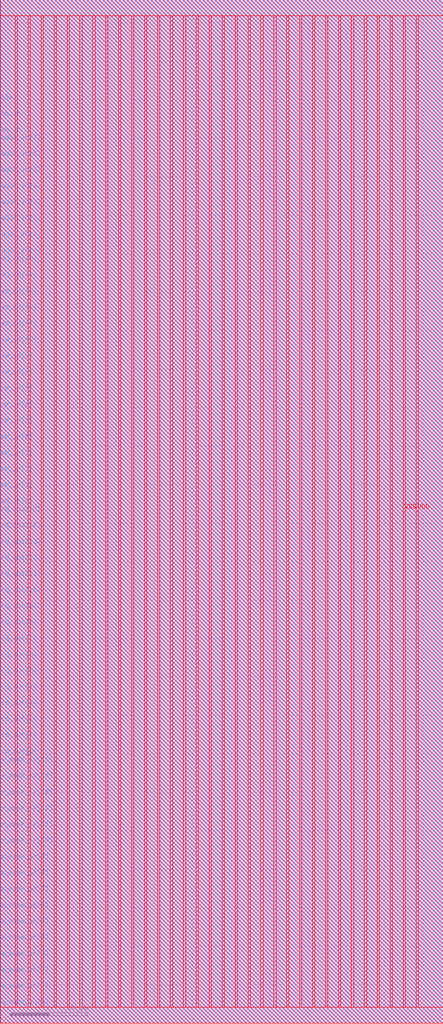
<source format=lef>
VERSION 5.7 ;
BUSBITCHARS "[]" ;
MACRO fakeram45_256x16
  FOREIGN fakeram45_256x16 0 0 ;
  SYMMETRY X Y R90 ;
  SIZE 57.570 BY 133.000 ;
  CLASS BLOCK ;
  PIN w_mask_in[0]
    DIRECTION INPUT ;
    USE SIGNAL ;
    SHAPE ABUTMENT ;
    PORT
      LAYER metal3 ;
      RECT 0.000 2.065 0.070 2.135 ;
    END
  END w_mask_in[0]
  PIN w_mask_in[1]
    DIRECTION INPUT ;
    USE SIGNAL ;
    SHAPE ABUTMENT ;
    PORT
      LAYER metal3 ;
      RECT 0.000 4.165 0.070 4.235 ;
    END
  END w_mask_in[1]
  PIN w_mask_in[2]
    DIRECTION INPUT ;
    USE SIGNAL ;
    SHAPE ABUTMENT ;
    PORT
      LAYER metal3 ;
      RECT 0.000 6.265 0.070 6.335 ;
    END
  END w_mask_in[2]
  PIN w_mask_in[3]
    DIRECTION INPUT ;
    USE SIGNAL ;
    SHAPE ABUTMENT ;
    PORT
      LAYER metal3 ;
      RECT 0.000 8.365 0.070 8.435 ;
    END
  END w_mask_in[3]
  PIN w_mask_in[4]
    DIRECTION INPUT ;
    USE SIGNAL ;
    SHAPE ABUTMENT ;
    PORT
      LAYER metal3 ;
      RECT 0.000 10.465 0.070 10.535 ;
    END
  END w_mask_in[4]
  PIN w_mask_in[5]
    DIRECTION INPUT ;
    USE SIGNAL ;
    SHAPE ABUTMENT ;
    PORT
      LAYER metal3 ;
      RECT 0.000 12.565 0.070 12.635 ;
    END
  END w_mask_in[5]
  PIN w_mask_in[6]
    DIRECTION INPUT ;
    USE SIGNAL ;
    SHAPE ABUTMENT ;
    PORT
      LAYER metal3 ;
      RECT 0.000 14.665 0.070 14.735 ;
    END
  END w_mask_in[6]
  PIN w_mask_in[7]
    DIRECTION INPUT ;
    USE SIGNAL ;
    SHAPE ABUTMENT ;
    PORT
      LAYER metal3 ;
      RECT 0.000 16.765 0.070 16.835 ;
    END
  END w_mask_in[7]
  PIN w_mask_in[8]
    DIRECTION INPUT ;
    USE SIGNAL ;
    SHAPE ABUTMENT ;
    PORT
      LAYER metal3 ;
      RECT 0.000 18.865 0.070 18.935 ;
    END
  END w_mask_in[8]
  PIN w_mask_in[9]
    DIRECTION INPUT ;
    USE SIGNAL ;
    SHAPE ABUTMENT ;
    PORT
      LAYER metal3 ;
      RECT 0.000 20.965 0.070 21.035 ;
    END
  END w_mask_in[9]
  PIN w_mask_in[10]
    DIRECTION INPUT ;
    USE SIGNAL ;
    SHAPE ABUTMENT ;
    PORT
      LAYER metal3 ;
      RECT 0.000 23.065 0.070 23.135 ;
    END
  END w_mask_in[10]
  PIN w_mask_in[11]
    DIRECTION INPUT ;
    USE SIGNAL ;
    SHAPE ABUTMENT ;
    PORT
      LAYER metal3 ;
      RECT 0.000 25.165 0.070 25.235 ;
    END
  END w_mask_in[11]
  PIN w_mask_in[12]
    DIRECTION INPUT ;
    USE SIGNAL ;
    SHAPE ABUTMENT ;
    PORT
      LAYER metal3 ;
      RECT 0.000 27.265 0.070 27.335 ;
    END
  END w_mask_in[12]
  PIN w_mask_in[13]
    DIRECTION INPUT ;
    USE SIGNAL ;
    SHAPE ABUTMENT ;
    PORT
      LAYER metal3 ;
      RECT 0.000 29.365 0.070 29.435 ;
    END
  END w_mask_in[13]
  PIN w_mask_in[14]
    DIRECTION INPUT ;
    USE SIGNAL ;
    SHAPE ABUTMENT ;
    PORT
      LAYER metal3 ;
      RECT 0.000 31.465 0.070 31.535 ;
    END
  END w_mask_in[14]
  PIN w_mask_in[15]
    DIRECTION INPUT ;
    USE SIGNAL ;
    SHAPE ABUTMENT ;
    PORT
      LAYER metal3 ;
      RECT 0.000 33.565 0.070 33.635 ;
    END
  END w_mask_in[15]
  PIN rd_out[0]
    DIRECTION OUTPUT ;
    USE SIGNAL ;
    SHAPE ABUTMENT ;
    PORT
      LAYER metal3 ;
      RECT 0.000 34.615 0.070 34.685 ;
    END
  END rd_out[0]
  PIN rd_out[1]
    DIRECTION OUTPUT ;
    USE SIGNAL ;
    SHAPE ABUTMENT ;
    PORT
      LAYER metal3 ;
      RECT 0.000 36.715 0.070 36.785 ;
    END
  END rd_out[1]
  PIN rd_out[2]
    DIRECTION OUTPUT ;
    USE SIGNAL ;
    SHAPE ABUTMENT ;
    PORT
      LAYER metal3 ;
      RECT 0.000 38.815 0.070 38.885 ;
    END
  END rd_out[2]
  PIN rd_out[3]
    DIRECTION OUTPUT ;
    USE SIGNAL ;
    SHAPE ABUTMENT ;
    PORT
      LAYER metal3 ;
      RECT 0.000 40.915 0.070 40.985 ;
    END
  END rd_out[3]
  PIN rd_out[4]
    DIRECTION OUTPUT ;
    USE SIGNAL ;
    SHAPE ABUTMENT ;
    PORT
      LAYER metal3 ;
      RECT 0.000 43.015 0.070 43.085 ;
    END
  END rd_out[4]
  PIN rd_out[5]
    DIRECTION OUTPUT ;
    USE SIGNAL ;
    SHAPE ABUTMENT ;
    PORT
      LAYER metal3 ;
      RECT 0.000 45.115 0.070 45.185 ;
    END
  END rd_out[5]
  PIN rd_out[6]
    DIRECTION OUTPUT ;
    USE SIGNAL ;
    SHAPE ABUTMENT ;
    PORT
      LAYER metal3 ;
      RECT 0.000 47.215 0.070 47.285 ;
    END
  END rd_out[6]
  PIN rd_out[7]
    DIRECTION OUTPUT ;
    USE SIGNAL ;
    SHAPE ABUTMENT ;
    PORT
      LAYER metal3 ;
      RECT 0.000 49.315 0.070 49.385 ;
    END
  END rd_out[7]
  PIN rd_out[8]
    DIRECTION OUTPUT ;
    USE SIGNAL ;
    SHAPE ABUTMENT ;
    PORT
      LAYER metal3 ;
      RECT 0.000 51.415 0.070 51.485 ;
    END
  END rd_out[8]
  PIN rd_out[9]
    DIRECTION OUTPUT ;
    USE SIGNAL ;
    SHAPE ABUTMENT ;
    PORT
      LAYER metal3 ;
      RECT 0.000 53.515 0.070 53.585 ;
    END
  END rd_out[9]
  PIN rd_out[10]
    DIRECTION OUTPUT ;
    USE SIGNAL ;
    SHAPE ABUTMENT ;
    PORT
      LAYER metal3 ;
      RECT 0.000 55.615 0.070 55.685 ;
    END
  END rd_out[10]
  PIN rd_out[11]
    DIRECTION OUTPUT ;
    USE SIGNAL ;
    SHAPE ABUTMENT ;
    PORT
      LAYER metal3 ;
      RECT 0.000 57.715 0.070 57.785 ;
    END
  END rd_out[11]
  PIN rd_out[12]
    DIRECTION OUTPUT ;
    USE SIGNAL ;
    SHAPE ABUTMENT ;
    PORT
      LAYER metal3 ;
      RECT 0.000 59.815 0.070 59.885 ;
    END
  END rd_out[12]
  PIN rd_out[13]
    DIRECTION OUTPUT ;
    USE SIGNAL ;
    SHAPE ABUTMENT ;
    PORT
      LAYER metal3 ;
      RECT 0.000 61.915 0.070 61.985 ;
    END
  END rd_out[13]
  PIN rd_out[14]
    DIRECTION OUTPUT ;
    USE SIGNAL ;
    SHAPE ABUTMENT ;
    PORT
      LAYER metal3 ;
      RECT 0.000 64.015 0.070 64.085 ;
    END
  END rd_out[14]
  PIN rd_out[15]
    DIRECTION OUTPUT ;
    USE SIGNAL ;
    SHAPE ABUTMENT ;
    PORT
      LAYER metal3 ;
      RECT 0.000 66.115 0.070 66.185 ;
    END
  END rd_out[15]
  PIN wd_in[0]
    DIRECTION INPUT ;
    USE SIGNAL ;
    SHAPE ABUTMENT ;
    PORT
      LAYER metal3 ;
      RECT 0.000 67.165 0.070 67.235 ;
    END
  END wd_in[0]
  PIN wd_in[1]
    DIRECTION INPUT ;
    USE SIGNAL ;
    SHAPE ABUTMENT ;
    PORT
      LAYER metal3 ;
      RECT 0.000 69.265 0.070 69.335 ;
    END
  END wd_in[1]
  PIN wd_in[2]
    DIRECTION INPUT ;
    USE SIGNAL ;
    SHAPE ABUTMENT ;
    PORT
      LAYER metal3 ;
      RECT 0.000 71.365 0.070 71.435 ;
    END
  END wd_in[2]
  PIN wd_in[3]
    DIRECTION INPUT ;
    USE SIGNAL ;
    SHAPE ABUTMENT ;
    PORT
      LAYER metal3 ;
      RECT 0.000 73.465 0.070 73.535 ;
    END
  END wd_in[3]
  PIN wd_in[4]
    DIRECTION INPUT ;
    USE SIGNAL ;
    SHAPE ABUTMENT ;
    PORT
      LAYER metal3 ;
      RECT 0.000 75.565 0.070 75.635 ;
    END
  END wd_in[4]
  PIN wd_in[5]
    DIRECTION INPUT ;
    USE SIGNAL ;
    SHAPE ABUTMENT ;
    PORT
      LAYER metal3 ;
      RECT 0.000 77.665 0.070 77.735 ;
    END
  END wd_in[5]
  PIN wd_in[6]
    DIRECTION INPUT ;
    USE SIGNAL ;
    SHAPE ABUTMENT ;
    PORT
      LAYER metal3 ;
      RECT 0.000 79.765 0.070 79.835 ;
    END
  END wd_in[6]
  PIN wd_in[7]
    DIRECTION INPUT ;
    USE SIGNAL ;
    SHAPE ABUTMENT ;
    PORT
      LAYER metal3 ;
      RECT 0.000 81.865 0.070 81.935 ;
    END
  END wd_in[7]
  PIN wd_in[8]
    DIRECTION INPUT ;
    USE SIGNAL ;
    SHAPE ABUTMENT ;
    PORT
      LAYER metal3 ;
      RECT 0.000 83.965 0.070 84.035 ;
    END
  END wd_in[8]
  PIN wd_in[9]
    DIRECTION INPUT ;
    USE SIGNAL ;
    SHAPE ABUTMENT ;
    PORT
      LAYER metal3 ;
      RECT 0.000 86.065 0.070 86.135 ;
    END
  END wd_in[9]
  PIN wd_in[10]
    DIRECTION INPUT ;
    USE SIGNAL ;
    SHAPE ABUTMENT ;
    PORT
      LAYER metal3 ;
      RECT 0.000 88.165 0.070 88.235 ;
    END
  END wd_in[10]
  PIN wd_in[11]
    DIRECTION INPUT ;
    USE SIGNAL ;
    SHAPE ABUTMENT ;
    PORT
      LAYER metal3 ;
      RECT 0.000 90.265 0.070 90.335 ;
    END
  END wd_in[11]
  PIN wd_in[12]
    DIRECTION INPUT ;
    USE SIGNAL ;
    SHAPE ABUTMENT ;
    PORT
      LAYER metal3 ;
      RECT 0.000 92.365 0.070 92.435 ;
    END
  END wd_in[12]
  PIN wd_in[13]
    DIRECTION INPUT ;
    USE SIGNAL ;
    SHAPE ABUTMENT ;
    PORT
      LAYER metal3 ;
      RECT 0.000 94.465 0.070 94.535 ;
    END
  END wd_in[13]
  PIN wd_in[14]
    DIRECTION INPUT ;
    USE SIGNAL ;
    SHAPE ABUTMENT ;
    PORT
      LAYER metal3 ;
      RECT 0.000 96.565 0.070 96.635 ;
    END
  END wd_in[14]
  PIN wd_in[15]
    DIRECTION INPUT ;
    USE SIGNAL ;
    SHAPE ABUTMENT ;
    PORT
      LAYER metal3 ;
      RECT 0.000 98.665 0.070 98.735 ;
    END
  END wd_in[15]
  PIN addr_in[0]
    DIRECTION INPUT ;
    USE SIGNAL ;
    SHAPE ABUTMENT ;
    PORT
      LAYER metal3 ;
      RECT 0.000 99.715 0.070 99.785 ;
    END
  END addr_in[0]
  PIN addr_in[1]
    DIRECTION INPUT ;
    USE SIGNAL ;
    SHAPE ABUTMENT ;
    PORT
      LAYER metal3 ;
      RECT 0.000 101.815 0.070 101.885 ;
    END
  END addr_in[1]
  PIN addr_in[2]
    DIRECTION INPUT ;
    USE SIGNAL ;
    SHAPE ABUTMENT ;
    PORT
      LAYER metal3 ;
      RECT 0.000 103.915 0.070 103.985 ;
    END
  END addr_in[2]
  PIN addr_in[3]
    DIRECTION INPUT ;
    USE SIGNAL ;
    SHAPE ABUTMENT ;
    PORT
      LAYER metal3 ;
      RECT 0.000 106.015 0.070 106.085 ;
    END
  END addr_in[3]
  PIN addr_in[4]
    DIRECTION INPUT ;
    USE SIGNAL ;
    SHAPE ABUTMENT ;
    PORT
      LAYER metal3 ;
      RECT 0.000 108.115 0.070 108.185 ;
    END
  END addr_in[4]
  PIN addr_in[5]
    DIRECTION INPUT ;
    USE SIGNAL ;
    SHAPE ABUTMENT ;
    PORT
      LAYER metal3 ;
      RECT 0.000 110.215 0.070 110.285 ;
    END
  END addr_in[5]
  PIN addr_in[6]
    DIRECTION INPUT ;
    USE SIGNAL ;
    SHAPE ABUTMENT ;
    PORT
      LAYER metal3 ;
      RECT 0.000 112.315 0.070 112.385 ;
    END
  END addr_in[6]
  PIN addr_in[7]
    DIRECTION INPUT ;
    USE SIGNAL ;
    SHAPE ABUTMENT ;
    PORT
      LAYER metal3 ;
      RECT 0.000 114.415 0.070 114.485 ;
    END
  END addr_in[7]
  PIN we_in
    DIRECTION INPUT ;
    USE SIGNAL ;
    SHAPE ABUTMENT ;
    PORT
      LAYER metal3 ;
      RECT 0.000 115.465 0.070 115.535 ;
    END
  END we_in
  PIN ce_in
    DIRECTION INPUT ;
    USE SIGNAL ;
    SHAPE ABUTMENT ;
    PORT
      LAYER metal3 ;
      RECT 0.000 117.565 0.070 117.635 ;
    END
  END ce_in
  PIN clk
    DIRECTION INPUT ;
    USE SIGNAL ;
    SHAPE ABUTMENT ;
    PORT
      LAYER metal3 ;
      RECT 0.000 119.665 0.070 119.735 ;
    END
  END clk
  PIN VSS
    DIRECTION INOUT ;
    USE GROUND ;
    PORT
      LAYER metal4 ;
      RECT 1.960 2.100 2.240 130.900 ;
      RECT 5.320 2.100 5.600 130.900 ;
      RECT 8.680 2.100 8.960 130.900 ;
      RECT 12.040 2.100 12.320 130.900 ;
      RECT 15.400 2.100 15.680 130.900 ;
      RECT 18.760 2.100 19.040 130.900 ;
      RECT 22.120 2.100 22.400 130.900 ;
      RECT 25.480 2.100 25.760 130.900 ;
      RECT 28.840 2.100 29.120 130.900 ;
      RECT 32.200 2.100 32.480 130.900 ;
      RECT 35.560 2.100 35.840 130.900 ;
      RECT 38.920 2.100 39.200 130.900 ;
      RECT 42.280 2.100 42.560 130.900 ;
      RECT 45.640 2.100 45.920 130.900 ;
      RECT 49.000 2.100 49.280 130.900 ;
      RECT 52.360 2.100 52.640 130.900 ;
    END
  END VSS
  PIN VDD
    DIRECTION INOUT ;
    USE POWER ;
    PORT
      LAYER metal4 ;
      RECT 3.640 2.100 3.920 130.900 ;
      RECT 7.000 2.100 7.280 130.900 ;
      RECT 10.360 2.100 10.640 130.900 ;
      RECT 13.720 2.100 14.000 130.900 ;
      RECT 17.080 2.100 17.360 130.900 ;
      RECT 20.440 2.100 20.720 130.900 ;
      RECT 23.800 2.100 24.080 130.900 ;
      RECT 27.160 2.100 27.440 130.900 ;
      RECT 30.520 2.100 30.800 130.900 ;
      RECT 33.880 2.100 34.160 130.900 ;
      RECT 37.240 2.100 37.520 130.900 ;
      RECT 40.600 2.100 40.880 130.900 ;
      RECT 43.960 2.100 44.240 130.900 ;
      RECT 47.320 2.100 47.600 130.900 ;
      RECT 50.680 2.100 50.960 130.900 ;
      RECT 54.040 2.100 54.320 130.900 ;
    END
  END VDD
  OBS
    LAYER metal1 ;
    RECT 0 0 57.570 133.000 ;
    LAYER metal2 ;
    RECT 0 0 57.570 133.000 ;
    LAYER metal3 ;
    RECT 0.070 0 57.570 133.000 ;
    RECT 0 0.000 0.070 2.065 ;
    RECT 0 2.135 0.070 4.165 ;
    RECT 0 4.235 0.070 6.265 ;
    RECT 0 6.335 0.070 8.365 ;
    RECT 0 8.435 0.070 10.465 ;
    RECT 0 10.535 0.070 12.565 ;
    RECT 0 12.635 0.070 14.665 ;
    RECT 0 14.735 0.070 16.765 ;
    RECT 0 16.835 0.070 18.865 ;
    RECT 0 18.935 0.070 20.965 ;
    RECT 0 21.035 0.070 23.065 ;
    RECT 0 23.135 0.070 25.165 ;
    RECT 0 25.235 0.070 27.265 ;
    RECT 0 27.335 0.070 29.365 ;
    RECT 0 29.435 0.070 31.465 ;
    RECT 0 31.535 0.070 33.565 ;
    RECT 0 33.635 0.070 34.615 ;
    RECT 0 34.685 0.070 36.715 ;
    RECT 0 36.785 0.070 38.815 ;
    RECT 0 38.885 0.070 40.915 ;
    RECT 0 40.985 0.070 43.015 ;
    RECT 0 43.085 0.070 45.115 ;
    RECT 0 45.185 0.070 47.215 ;
    RECT 0 47.285 0.070 49.315 ;
    RECT 0 49.385 0.070 51.415 ;
    RECT 0 51.485 0.070 53.515 ;
    RECT 0 53.585 0.070 55.615 ;
    RECT 0 55.685 0.070 57.715 ;
    RECT 0 57.785 0.070 59.815 ;
    RECT 0 59.885 0.070 61.915 ;
    RECT 0 61.985 0.070 64.015 ;
    RECT 0 64.085 0.070 66.115 ;
    RECT 0 66.185 0.070 67.165 ;
    RECT 0 67.235 0.070 69.265 ;
    RECT 0 69.335 0.070 71.365 ;
    RECT 0 71.435 0.070 73.465 ;
    RECT 0 73.535 0.070 75.565 ;
    RECT 0 75.635 0.070 77.665 ;
    RECT 0 77.735 0.070 79.765 ;
    RECT 0 79.835 0.070 81.865 ;
    RECT 0 81.935 0.070 83.965 ;
    RECT 0 84.035 0.070 86.065 ;
    RECT 0 86.135 0.070 88.165 ;
    RECT 0 88.235 0.070 90.265 ;
    RECT 0 90.335 0.070 92.365 ;
    RECT 0 92.435 0.070 94.465 ;
    RECT 0 94.535 0.070 96.565 ;
    RECT 0 96.635 0.070 98.665 ;
    RECT 0 98.735 0.070 99.715 ;
    RECT 0 99.785 0.070 101.815 ;
    RECT 0 101.885 0.070 103.915 ;
    RECT 0 103.985 0.070 106.015 ;
    RECT 0 106.085 0.070 108.115 ;
    RECT 0 108.185 0.070 110.215 ;
    RECT 0 110.285 0.070 112.315 ;
    RECT 0 112.385 0.070 114.415 ;
    RECT 0 114.485 0.070 115.465 ;
    RECT 0 115.535 0.070 117.565 ;
    RECT 0 117.635 0.070 119.665 ;
    RECT 0 119.735 0.070 133.000 ;
    LAYER metal4 ;
    RECT 0 0 57.570 2.100 ;
    RECT 0 130.900 57.570 133.000 ;
    RECT 0.000 2.100 1.960 130.900 ;
    RECT 2.240 2.100 3.640 130.900 ;
    RECT 3.920 2.100 5.320 130.900 ;
    RECT 5.600 2.100 7.000 130.900 ;
    RECT 7.280 2.100 8.680 130.900 ;
    RECT 8.960 2.100 10.360 130.900 ;
    RECT 10.640 2.100 12.040 130.900 ;
    RECT 12.320 2.100 13.720 130.900 ;
    RECT 14.000 2.100 15.400 130.900 ;
    RECT 15.680 2.100 17.080 130.900 ;
    RECT 17.360 2.100 18.760 130.900 ;
    RECT 19.040 2.100 20.440 130.900 ;
    RECT 20.720 2.100 22.120 130.900 ;
    RECT 22.400 2.100 23.800 130.900 ;
    RECT 24.080 2.100 25.480 130.900 ;
    RECT 25.760 2.100 27.160 130.900 ;
    RECT 27.440 2.100 28.840 130.900 ;
    RECT 29.120 2.100 30.520 130.900 ;
    RECT 30.800 2.100 32.200 130.900 ;
    RECT 32.480 2.100 33.880 130.900 ;
    RECT 34.160 2.100 35.560 130.900 ;
    RECT 35.840 2.100 37.240 130.900 ;
    RECT 37.520 2.100 38.920 130.900 ;
    RECT 39.200 2.100 40.600 130.900 ;
    RECT 40.880 2.100 42.280 130.900 ;
    RECT 42.560 2.100 43.960 130.900 ;
    RECT 44.240 2.100 45.640 130.900 ;
    RECT 45.920 2.100 47.320 130.900 ;
    RECT 47.600 2.100 49.000 130.900 ;
    RECT 49.280 2.100 50.680 130.900 ;
    RECT 50.960 2.100 52.360 130.900 ;
    RECT 52.640 2.100 54.040 130.900 ;
    RECT 54.320 2.100 57.570 130.900 ;
    LAYER OVERLAP ;
    RECT 0 0 57.570 133.000 ;
  END
END fakeram45_256x16

END LIBRARY

</source>
